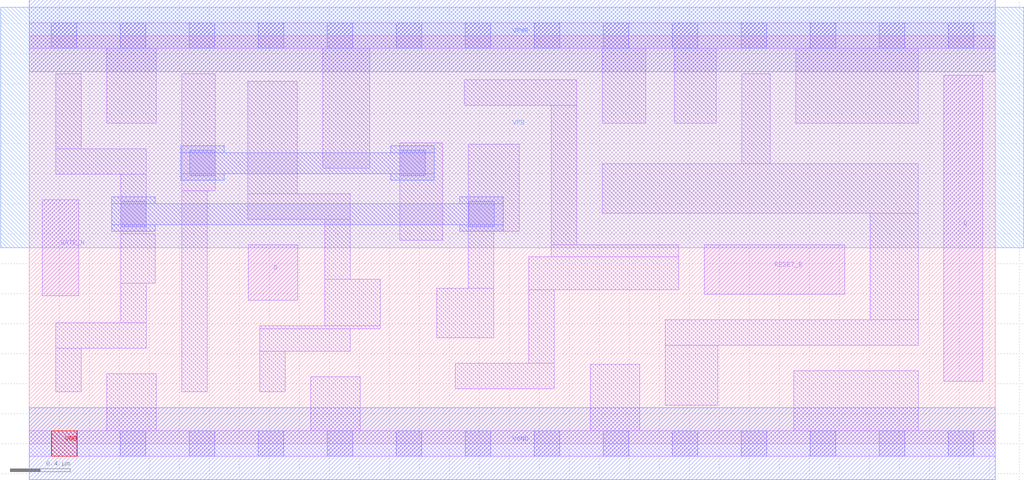
<source format=lef>
# Copyright 2020 The SkyWater PDK Authors
#
# Licensed under the Apache License, Version 2.0 (the "License");
# you may not use this file except in compliance with the License.
# You may obtain a copy of the License at
#
#     https://www.apache.org/licenses/LICENSE-2.0
#
# Unless required by applicable law or agreed to in writing, software
# distributed under the License is distributed on an "AS IS" BASIS,
# WITHOUT WARRANTIES OR CONDITIONS OF ANY KIND, either express or implied.
# See the License for the specific language governing permissions and
# limitations under the License.
#
# SPDX-License-Identifier: Apache-2.0

VERSION 5.7 ;
  NOWIREEXTENSIONATPIN ON ;
  DIVIDERCHAR "/" ;
  BUSBITCHARS "[]" ;
MACRO sky130_fd_sc_hd__dlrtn_1
  CLASS CORE ;
  FOREIGN sky130_fd_sc_hd__dlrtn_1 ;
  ORIGIN  0.000000  0.000000 ;
  SIZE  6.440000 BY  2.720000 ;
  SYMMETRY X Y R90 ;
  SITE unithd ;
  PIN D
    ANTENNAGATEAREA  0.159000 ;
    DIRECTION INPUT ;
    USE SIGNAL ;
    PORT
      LAYER li1 ;
        RECT 1.460000 0.955000 1.790000 1.325000 ;
    END
  END D
  PIN Q
    ANTENNADIFFAREA  0.429000 ;
    DIRECTION OUTPUT ;
    USE SIGNAL ;
    PORT
      LAYER li1 ;
        RECT 6.095000 0.415000 6.355000 2.455000 ;
    END
  END Q
  PIN RESET_B
    ANTENNAGATEAREA  0.247500 ;
    DIRECTION INPUT ;
    USE SIGNAL ;
    PORT
      LAYER li1 ;
        RECT 4.500000 0.995000 5.435000 1.325000 ;
    END
  END RESET_B
  PIN GATE_N
    ANTENNAGATEAREA  0.159000 ;
    DIRECTION INPUT ;
    USE CLOCK ;
    PORT
      LAYER li1 ;
        RECT 0.085000 0.985000 0.330000 1.625000 ;
    END
  END GATE_N
  PIN VGND
    DIRECTION INOUT ;
    SHAPE ABUTMENT ;
    USE GROUND ;
    PORT
      LAYER met1 ;
        RECT 0.000000 -0.240000 6.440000 0.240000 ;
    END
  END VGND
  PIN VNB
    DIRECTION INOUT ;
    USE GROUND ;
    PORT
      LAYER pwell ;
        RECT 0.150000 -0.085000 0.320000 0.085000 ;
    END
  END VNB
  PIN VPB
    DIRECTION INOUT ;
    USE POWER ;
    PORT
      LAYER nwell ;
        RECT -0.190000 1.305000 6.630000 2.910000 ;
    END
  END VPB
  PIN VPWR
    DIRECTION INOUT ;
    SHAPE ABUTMENT ;
    USE POWER ;
    PORT
      LAYER met1 ;
        RECT 0.000000 2.480000 6.440000 2.960000 ;
    END
  END VPWR
  OBS
    LAYER li1 ;
      RECT 0.000000 -0.085000 6.440000 0.085000 ;
      RECT 0.000000  2.635000 6.440000 2.805000 ;
      RECT 0.175000  0.345000 0.345000 0.635000 ;
      RECT 0.175000  0.635000 0.780000 0.805000 ;
      RECT 0.175000  1.795000 0.780000 1.965000 ;
      RECT 0.175000  1.965000 0.345000 2.465000 ;
      RECT 0.515000  0.085000 0.845000 0.465000 ;
      RECT 0.515000  2.135000 0.845000 2.635000 ;
      RECT 0.610000  0.805000 0.780000 1.070000 ;
      RECT 0.610000  1.070000 0.840000 1.400000 ;
      RECT 0.610000  1.400000 0.780000 1.795000 ;
      RECT 1.015000  0.345000 1.185000 1.685000 ;
      RECT 1.015000  1.685000 1.240000 2.465000 ;
      RECT 1.455000  1.495000 2.140000 1.665000 ;
      RECT 1.455000  1.665000 1.785000 2.415000 ;
      RECT 1.535000  0.345000 1.705000 0.615000 ;
      RECT 1.535000  0.615000 2.140000 0.765000 ;
      RECT 1.535000  0.765000 2.340000 0.785000 ;
      RECT 1.875000  0.085000 2.205000 0.445000 ;
      RECT 1.955000  1.835000 2.270000 2.635000 ;
      RECT 1.970000  0.785000 2.340000 1.095000 ;
      RECT 1.970000  1.095000 2.140000 1.495000 ;
      RECT 2.470000  1.355000 2.755000 2.005000 ;
      RECT 2.715000  0.705000 3.095000 1.035000 ;
      RECT 2.840000  0.365000 3.500000 0.535000 ;
      RECT 2.900000  2.255000 3.650000 2.425000 ;
      RECT 2.925000  1.035000 3.095000 1.415000 ;
      RECT 2.925000  1.415000 3.265000 1.995000 ;
      RECT 3.330000  0.535000 3.500000 1.025000 ;
      RECT 3.330000  1.025000 4.330000 1.245000 ;
      RECT 3.480000  1.245000 4.330000 1.325000 ;
      RECT 3.480000  1.325000 3.650000 2.255000 ;
      RECT 3.740000  0.085000 4.070000 0.530000 ;
      RECT 3.820000  1.535000 5.925000 1.865000 ;
      RECT 3.820000  2.135000 4.110000 2.635000 ;
      RECT 4.240000  0.255000 4.590000 0.655000 ;
      RECT 4.240000  0.655000 5.925000 0.825000 ;
      RECT 4.300000  2.135000 4.580000 2.635000 ;
      RECT 4.750000  1.865000 4.940000 2.465000 ;
      RECT 5.095000  0.085000 5.925000 0.485000 ;
      RECT 5.110000  2.135000 5.925000 2.635000 ;
      RECT 5.605000  0.825000 5.925000 1.535000 ;
    LAYER mcon ;
      RECT 0.145000 -0.085000 0.315000 0.085000 ;
      RECT 0.145000  2.635000 0.315000 2.805000 ;
      RECT 0.605000 -0.085000 0.775000 0.085000 ;
      RECT 0.605000  2.635000 0.775000 2.805000 ;
      RECT 0.610000  1.445000 0.780000 1.615000 ;
      RECT 1.065000 -0.085000 1.235000 0.085000 ;
      RECT 1.065000  2.635000 1.235000 2.805000 ;
      RECT 1.070000  1.785000 1.240000 1.955000 ;
      RECT 1.525000 -0.085000 1.695000 0.085000 ;
      RECT 1.525000  2.635000 1.695000 2.805000 ;
      RECT 1.985000 -0.085000 2.155000 0.085000 ;
      RECT 1.985000  2.635000 2.155000 2.805000 ;
      RECT 2.445000 -0.085000 2.615000 0.085000 ;
      RECT 2.445000  2.635000 2.615000 2.805000 ;
      RECT 2.470000  1.785000 2.640000 1.955000 ;
      RECT 2.905000 -0.085000 3.075000 0.085000 ;
      RECT 2.905000  2.635000 3.075000 2.805000 ;
      RECT 2.930000  1.445000 3.100000 1.615000 ;
      RECT 3.365000 -0.085000 3.535000 0.085000 ;
      RECT 3.365000  2.635000 3.535000 2.805000 ;
      RECT 3.825000 -0.085000 3.995000 0.085000 ;
      RECT 3.825000  2.635000 3.995000 2.805000 ;
      RECT 4.285000 -0.085000 4.455000 0.085000 ;
      RECT 4.285000  2.635000 4.455000 2.805000 ;
      RECT 4.745000 -0.085000 4.915000 0.085000 ;
      RECT 4.745000  2.635000 4.915000 2.805000 ;
      RECT 5.205000 -0.085000 5.375000 0.085000 ;
      RECT 5.205000  2.635000 5.375000 2.805000 ;
      RECT 5.665000 -0.085000 5.835000 0.085000 ;
      RECT 5.665000  2.635000 5.835000 2.805000 ;
      RECT 6.125000 -0.085000 6.295000 0.085000 ;
      RECT 6.125000  2.635000 6.295000 2.805000 ;
    LAYER met1 ;
      RECT 0.550000 1.415000 0.840000 1.460000 ;
      RECT 0.550000 1.460000 3.160000 1.600000 ;
      RECT 0.550000 1.600000 0.840000 1.645000 ;
      RECT 1.010000 1.755000 1.300000 1.800000 ;
      RECT 1.010000 1.800000 2.700000 1.940000 ;
      RECT 1.010000 1.940000 1.300000 1.985000 ;
      RECT 2.410000 1.755000 2.700000 1.800000 ;
      RECT 2.410000 1.940000 2.700000 1.985000 ;
      RECT 2.870000 1.415000 3.160000 1.460000 ;
      RECT 2.870000 1.600000 3.160000 1.645000 ;
  END
END sky130_fd_sc_hd__dlrtn_1
END LIBRARY

</source>
